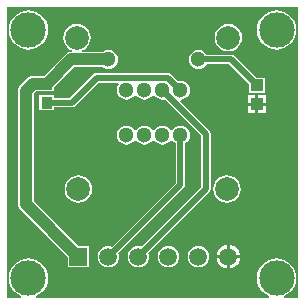
<source format=gtl>
G04*
G04 #@! TF.GenerationSoftware,Altium Limited,Altium Designer,19.1.3 (30)*
G04*
G04 Layer_Physical_Order=1*
G04 Layer_Color=255*
%FSLAX25Y25*%
%MOIN*%
G70*
G01*
G75*
%ADD14R,0.03740X0.03937*%
%ADD15R,0.03937X0.03937*%
%ADD23C,0.03937*%
%ADD24C,0.01968*%
%ADD25C,0.05906*%
%ADD26R,0.05906X0.05906*%
%ADD27C,0.11811*%
%ADD28C,0.05118*%
%ADD29C,0.07874*%
G36*
X97622Y1303D02*
X92989D01*
X92915Y1803D01*
X93049Y1843D01*
X94178Y2447D01*
X95167Y3258D01*
X95979Y4248D01*
X96582Y5376D01*
X96953Y6601D01*
X97079Y7874D01*
X96953Y9148D01*
X96582Y10372D01*
X95979Y11501D01*
X95167Y12490D01*
X94178Y13301D01*
X93049Y13905D01*
X91825Y14276D01*
X90551Y14401D01*
X89278Y14276D01*
X88053Y13905D01*
X86925Y13301D01*
X85936Y12490D01*
X85124Y11501D01*
X84521Y10372D01*
X84149Y9148D01*
X84024Y7874D01*
X84149Y6601D01*
X84521Y5376D01*
X85124Y4248D01*
X85936Y3258D01*
X86925Y2447D01*
X88053Y1843D01*
X88187Y1803D01*
X88113Y1303D01*
X10312D01*
X10238Y1803D01*
X10372Y1843D01*
X11501Y2447D01*
X12490Y3258D01*
X13301Y4248D01*
X13905Y5376D01*
X14276Y6601D01*
X14401Y7874D01*
X14276Y9148D01*
X13905Y10372D01*
X13301Y11501D01*
X12490Y12490D01*
X11501Y13301D01*
X10372Y13905D01*
X9148Y14276D01*
X7874Y14401D01*
X6601Y14276D01*
X5376Y13905D01*
X4248Y13301D01*
X3258Y12490D01*
X2447Y11501D01*
X1843Y10372D01*
X1472Y9148D01*
X1347Y7874D01*
X1472Y6601D01*
X1843Y5376D01*
X2447Y4248D01*
X3258Y3258D01*
X4248Y2447D01*
X5376Y1843D01*
X5510Y1803D01*
X5436Y1303D01*
X803D01*
Y98122D01*
X97622D01*
Y1303D01*
D02*
G37*
%LPC*%
G36*
X90551Y97079D02*
X89278Y96953D01*
X88053Y96582D01*
X86925Y95979D01*
X85936Y95167D01*
X85124Y94178D01*
X84521Y93049D01*
X84149Y91825D01*
X84024Y90551D01*
X84149Y89278D01*
X84521Y88053D01*
X85124Y86925D01*
X85936Y85936D01*
X86925Y85124D01*
X88053Y84521D01*
X89278Y84149D01*
X90551Y84024D01*
X91825Y84149D01*
X93049Y84521D01*
X94178Y85124D01*
X95167Y85936D01*
X95979Y86925D01*
X96582Y88053D01*
X96953Y89278D01*
X97079Y90551D01*
X96953Y91825D01*
X96582Y93049D01*
X95979Y94178D01*
X95167Y95167D01*
X94178Y95979D01*
X93049Y96582D01*
X91825Y96953D01*
X90551Y97079D01*
D02*
G37*
G36*
X7874D02*
X6601Y96953D01*
X5376Y96582D01*
X4248Y95979D01*
X3258Y95167D01*
X2447Y94178D01*
X1843Y93049D01*
X1472Y91825D01*
X1347Y90551D01*
X1472Y89278D01*
X1843Y88053D01*
X2447Y86925D01*
X3258Y85936D01*
X4248Y85124D01*
X5376Y84521D01*
X6601Y84149D01*
X7874Y84024D01*
X9148Y84149D01*
X10372Y84521D01*
X11501Y85124D01*
X12490Y85936D01*
X13301Y86925D01*
X13905Y88053D01*
X14276Y89278D01*
X14401Y90551D01*
X14276Y91825D01*
X13905Y93049D01*
X13301Y94178D01*
X12490Y95167D01*
X11501Y95979D01*
X10372Y96582D01*
X9148Y96953D01*
X7874Y97079D01*
D02*
G37*
G36*
X74500Y92567D02*
X73318Y92411D01*
X72217Y91955D01*
X71271Y91229D01*
X70545Y90283D01*
X70089Y89182D01*
X69933Y88000D01*
X70089Y86818D01*
X70545Y85717D01*
X71271Y84771D01*
X72217Y84045D01*
X73318Y83589D01*
X74500Y83433D01*
X75682Y83589D01*
X76783Y84045D01*
X77729Y84771D01*
X78455Y85717D01*
X78911Y86818D01*
X79067Y88000D01*
X78911Y89182D01*
X78455Y90283D01*
X77729Y91229D01*
X76783Y91955D01*
X75682Y92411D01*
X74500Y92567D01*
D02*
G37*
G36*
X24000D02*
X22818Y92411D01*
X21717Y91955D01*
X20771Y91229D01*
X20045Y90283D01*
X19589Y89182D01*
X19433Y88000D01*
X19589Y86818D01*
X20045Y85717D01*
X20771Y84771D01*
X21717Y84045D01*
X22313Y83798D01*
X22214Y83298D01*
X22067D01*
X21399Y83210D01*
X20777Y82952D01*
X20242Y82542D01*
X12931Y75231D01*
X9306D01*
X8638Y75143D01*
X8016Y74885D01*
X7481Y74475D01*
X5175Y72168D01*
X4765Y71634D01*
X4507Y71011D01*
X4419Y70343D01*
Y32500D01*
X4507Y31832D01*
X4765Y31209D01*
X5175Y30675D01*
X20957Y14893D01*
Y11457D01*
X28043D01*
Y18543D01*
X24607D01*
X9581Y33569D01*
Y69274D01*
X10375Y70069D01*
X14000D01*
X14168Y70091D01*
X16461D01*
Y71460D01*
X23136Y78136D01*
X32690D01*
X32912Y77966D01*
X33678Y77649D01*
X34500Y77540D01*
X35322Y77649D01*
X36088Y77966D01*
X36746Y78471D01*
X37251Y79129D01*
X37569Y79895D01*
X37677Y80717D01*
X37569Y81539D01*
X37251Y82305D01*
X36746Y82963D01*
X36088Y83468D01*
X35322Y83785D01*
X34500Y83894D01*
X33678Y83785D01*
X32912Y83468D01*
X32690Y83298D01*
X25786D01*
X25687Y83798D01*
X26283Y84045D01*
X27229Y84771D01*
X27955Y85717D01*
X28411Y86818D01*
X28567Y88000D01*
X28411Y89182D01*
X27955Y90283D01*
X27229Y91229D01*
X26283Y91955D01*
X25182Y92411D01*
X24000Y92567D01*
D02*
G37*
G36*
X54366Y76240D02*
X54366Y76240D01*
X30634D01*
X30634Y76240D01*
X30019Y76117D01*
X29498Y75769D01*
X29498Y75769D01*
X21685Y67956D01*
X16461D01*
Y68909D01*
X11539D01*
Y63791D01*
X16461D01*
Y64745D01*
X22350D01*
X22350Y64745D01*
X22965Y64867D01*
X23486Y65215D01*
X31299Y73028D01*
X37840D01*
X38086Y72528D01*
X37749Y72088D01*
X37431Y71322D01*
X37323Y70500D01*
X37431Y69678D01*
X37749Y68912D01*
X38254Y68254D01*
X38912Y67749D01*
X39678Y67431D01*
X40500Y67323D01*
X41322Y67431D01*
X42088Y67749D01*
X42746Y68254D01*
X43223Y68875D01*
X43500Y68910D01*
X43777Y68875D01*
X44254Y68254D01*
X44912Y67749D01*
X45678Y67431D01*
X46500Y67323D01*
X47322Y67431D01*
X48088Y67749D01*
X48746Y68254D01*
X49223Y68875D01*
X49500Y68910D01*
X49777Y68875D01*
X50254Y68254D01*
X50912Y67749D01*
X51678Y67431D01*
X52500Y67323D01*
X53301Y67429D01*
X65394Y55335D01*
Y38165D01*
X45606Y18377D01*
X45425Y18452D01*
X44500Y18574D01*
X43575Y18452D01*
X42713Y18095D01*
X41973Y17527D01*
X41405Y16787D01*
X41048Y15925D01*
X40926Y15000D01*
X41048Y14075D01*
X41405Y13213D01*
X41973Y12473D01*
X42713Y11905D01*
X43575Y11548D01*
X44500Y11426D01*
X45425Y11548D01*
X46287Y11905D01*
X47027Y12473D01*
X47595Y13213D01*
X47952Y14075D01*
X48074Y15000D01*
X47952Y15925D01*
X47877Y16106D01*
X68135Y36365D01*
X68135Y36365D01*
X68483Y36886D01*
X68606Y37500D01*
X68606Y37500D01*
Y56000D01*
X68606Y56000D01*
X68483Y56615D01*
X68135Y57135D01*
X68135Y57135D01*
X58399Y66872D01*
X58637Y67341D01*
X59322Y67431D01*
X60088Y67749D01*
X60746Y68254D01*
X61251Y68912D01*
X61568Y69678D01*
X61677Y70500D01*
X61568Y71322D01*
X61251Y72088D01*
X60746Y72746D01*
X60088Y73251D01*
X59322Y73568D01*
X58500Y73677D01*
X57699Y73571D01*
X55502Y75769D01*
X54981Y76117D01*
X54879Y76138D01*
X54366Y76240D01*
D02*
G37*
G36*
X64500Y83894D02*
X63678Y83785D01*
X62912Y83468D01*
X62254Y82963D01*
X61749Y82305D01*
X61431Y81539D01*
X61323Y80717D01*
X61431Y79895D01*
X61749Y79129D01*
X62254Y78471D01*
X62912Y77966D01*
X63678Y77649D01*
X64500Y77540D01*
X65322Y77649D01*
X66088Y77966D01*
X66746Y78471D01*
X67238Y79111D01*
X74768D01*
X81441Y72438D01*
Y69591D01*
X86559D01*
Y74709D01*
X83712D01*
X76568Y81852D01*
X76047Y82200D01*
X75433Y82323D01*
X75433Y82323D01*
X67238D01*
X66746Y82963D01*
X66088Y83468D01*
X65322Y83785D01*
X64500Y83894D01*
D02*
G37*
G36*
X86968Y68819D02*
X84500D01*
Y66350D01*
X86968D01*
Y68819D01*
D02*
G37*
G36*
X83500D02*
X81032D01*
Y66350D01*
X83500D01*
Y68819D01*
D02*
G37*
G36*
X86968Y65350D02*
X84500D01*
Y62882D01*
X86968D01*
Y65350D01*
D02*
G37*
G36*
X83500D02*
X81032D01*
Y62882D01*
X83500D01*
Y65350D01*
D02*
G37*
G36*
X58500Y58677D02*
X57678Y58569D01*
X56912Y58251D01*
X56254Y57746D01*
X55777Y57125D01*
X55500Y57090D01*
X55223Y57125D01*
X54746Y57746D01*
X54088Y58251D01*
X53322Y58569D01*
X52500Y58677D01*
X51678Y58569D01*
X50912Y58251D01*
X50254Y57746D01*
X49777Y57125D01*
X49500Y57090D01*
X49223Y57125D01*
X48746Y57746D01*
X48088Y58251D01*
X47322Y58569D01*
X46500Y58677D01*
X45678Y58569D01*
X44912Y58251D01*
X44254Y57746D01*
X43777Y57125D01*
X43500Y57090D01*
X43223Y57125D01*
X42746Y57746D01*
X42088Y58251D01*
X41322Y58569D01*
X40500Y58677D01*
X39678Y58569D01*
X38912Y58251D01*
X38254Y57746D01*
X37749Y57088D01*
X37431Y56322D01*
X37323Y55500D01*
X37431Y54678D01*
X37749Y53912D01*
X38254Y53254D01*
X38912Y52749D01*
X39678Y52431D01*
X40500Y52323D01*
X41322Y52431D01*
X42088Y52749D01*
X42746Y53254D01*
X43223Y53875D01*
X43500Y53910D01*
X43777Y53875D01*
X44254Y53254D01*
X44912Y52749D01*
X45678Y52431D01*
X46500Y52323D01*
X47322Y52431D01*
X48088Y52749D01*
X48746Y53254D01*
X49223Y53875D01*
X49500Y53910D01*
X49777Y53875D01*
X50254Y53254D01*
X50912Y52749D01*
X51678Y52431D01*
X52500Y52323D01*
X53322Y52431D01*
X54088Y52749D01*
X54746Y53254D01*
X55223Y53875D01*
X55500Y53910D01*
X55777Y53875D01*
X56254Y53254D01*
X56894Y52762D01*
Y39665D01*
X35606Y18377D01*
X35425Y18452D01*
X34500Y18574D01*
X33575Y18452D01*
X32713Y18095D01*
X31973Y17527D01*
X31405Y16787D01*
X31048Y15925D01*
X30926Y15000D01*
X31048Y14075D01*
X31405Y13213D01*
X31973Y12473D01*
X32713Y11905D01*
X33575Y11548D01*
X34500Y11426D01*
X35425Y11548D01*
X36287Y11905D01*
X37027Y12473D01*
X37595Y13213D01*
X37952Y14075D01*
X38074Y15000D01*
X37952Y15925D01*
X37877Y16106D01*
X59635Y37865D01*
X59635Y37865D01*
X59983Y38386D01*
X60106Y39000D01*
X60106Y39000D01*
Y52762D01*
X60746Y53254D01*
X61251Y53912D01*
X61568Y54678D01*
X61677Y55500D01*
X61568Y56322D01*
X61251Y57088D01*
X60746Y57746D01*
X60088Y58251D01*
X59322Y58569D01*
X58500Y58677D01*
D02*
G37*
G36*
X74000Y42067D02*
X72818Y41911D01*
X71717Y41455D01*
X70771Y40729D01*
X70045Y39783D01*
X69589Y38682D01*
X69433Y37500D01*
X69589Y36318D01*
X70045Y35217D01*
X70771Y34271D01*
X71717Y33545D01*
X72818Y33089D01*
X74000Y32933D01*
X75182Y33089D01*
X76283Y33545D01*
X77229Y34271D01*
X77955Y35217D01*
X78411Y36318D01*
X78567Y37500D01*
X78411Y38682D01*
X77955Y39783D01*
X77229Y40729D01*
X76283Y41455D01*
X75182Y41911D01*
X74000Y42067D01*
D02*
G37*
G36*
X24500D02*
X23318Y41911D01*
X22217Y41455D01*
X21271Y40729D01*
X20545Y39783D01*
X20089Y38682D01*
X19933Y37500D01*
X20089Y36318D01*
X20545Y35217D01*
X21271Y34271D01*
X22217Y33545D01*
X23318Y33089D01*
X24500Y32933D01*
X25682Y33089D01*
X26783Y33545D01*
X27729Y34271D01*
X28455Y35217D01*
X28911Y36318D01*
X29067Y37500D01*
X28911Y38682D01*
X28455Y39783D01*
X27729Y40729D01*
X26783Y41455D01*
X25682Y41911D01*
X24500Y42067D01*
D02*
G37*
G36*
X75000Y18921D02*
Y15500D01*
X78421D01*
X78351Y16032D01*
X77953Y16993D01*
X77319Y17819D01*
X76493Y18453D01*
X75532Y18851D01*
X75000Y18921D01*
D02*
G37*
G36*
X74000D02*
X73468Y18851D01*
X72507Y18453D01*
X71681Y17819D01*
X71047Y16993D01*
X70649Y16032D01*
X70579Y15500D01*
X74000D01*
Y18921D01*
D02*
G37*
G36*
X64500Y18574D02*
X63575Y18452D01*
X62713Y18095D01*
X61973Y17527D01*
X61405Y16787D01*
X61048Y15925D01*
X60926Y15000D01*
X61048Y14075D01*
X61405Y13213D01*
X61973Y12473D01*
X62713Y11905D01*
X63575Y11548D01*
X64500Y11426D01*
X65425Y11548D01*
X66287Y11905D01*
X67027Y12473D01*
X67595Y13213D01*
X67952Y14075D01*
X68074Y15000D01*
X67952Y15925D01*
X67595Y16787D01*
X67027Y17527D01*
X66287Y18095D01*
X65425Y18452D01*
X64500Y18574D01*
D02*
G37*
G36*
X54500D02*
X53575Y18452D01*
X52713Y18095D01*
X51973Y17527D01*
X51405Y16787D01*
X51048Y15925D01*
X50926Y15000D01*
X51048Y14075D01*
X51405Y13213D01*
X51973Y12473D01*
X52713Y11905D01*
X53575Y11548D01*
X54500Y11426D01*
X55425Y11548D01*
X56287Y11905D01*
X57027Y12473D01*
X57595Y13213D01*
X57952Y14075D01*
X58074Y15000D01*
X57952Y15925D01*
X57595Y16787D01*
X57027Y17527D01*
X56287Y18095D01*
X55425Y18452D01*
X54500Y18574D01*
D02*
G37*
G36*
X78421Y14500D02*
X75000D01*
Y11079D01*
X75532Y11149D01*
X76493Y11547D01*
X77319Y12181D01*
X77953Y13007D01*
X78351Y13968D01*
X78421Y14500D01*
D02*
G37*
G36*
X74000D02*
X70579D01*
X70649Y13968D01*
X71047Y13007D01*
X71681Y12181D01*
X72507Y11547D01*
X73468Y11149D01*
X74000Y11079D01*
Y14500D01*
D02*
G37*
%LPD*%
D14*
X14000Y72650D02*
D03*
Y66350D02*
D03*
D15*
X84000Y72150D02*
D03*
Y65850D02*
D03*
D23*
X7000Y32500D02*
Y70343D01*
X9306Y72650D01*
X7000Y32500D02*
X24500Y15000D01*
X9306Y72650D02*
X14000D01*
X22067Y80717D01*
X34500D01*
D24*
X22350Y66350D02*
X30634Y74634D01*
X54366D01*
X58500Y70500D01*
X14000Y66350D02*
X22350D01*
X34500Y15000D02*
X58500Y39000D01*
Y55500D01*
X67000Y37500D02*
Y56000D01*
X44500Y15000D02*
X67000Y37500D01*
X52500Y70500D02*
X67000Y56000D01*
X75433Y80717D02*
X84000Y72150D01*
X64500Y80717D02*
X75433D01*
D25*
X74500Y15000D02*
D03*
X64500D02*
D03*
X54500D02*
D03*
X44500D02*
D03*
X34500D02*
D03*
D26*
X24500D02*
D03*
D27*
X7874Y90551D02*
D03*
X90551D02*
D03*
Y7874D02*
D03*
X7874D02*
D03*
D28*
X46500Y55500D02*
D03*
X40500D02*
D03*
Y70500D02*
D03*
X46500D02*
D03*
X58500D02*
D03*
X52500D02*
D03*
X58500Y55500D02*
D03*
X52500D02*
D03*
X64500Y80717D02*
D03*
X34500D02*
D03*
D29*
X74000Y37500D02*
D03*
X24500D02*
D03*
X74500Y88000D02*
D03*
X24000D02*
D03*
M02*

</source>
